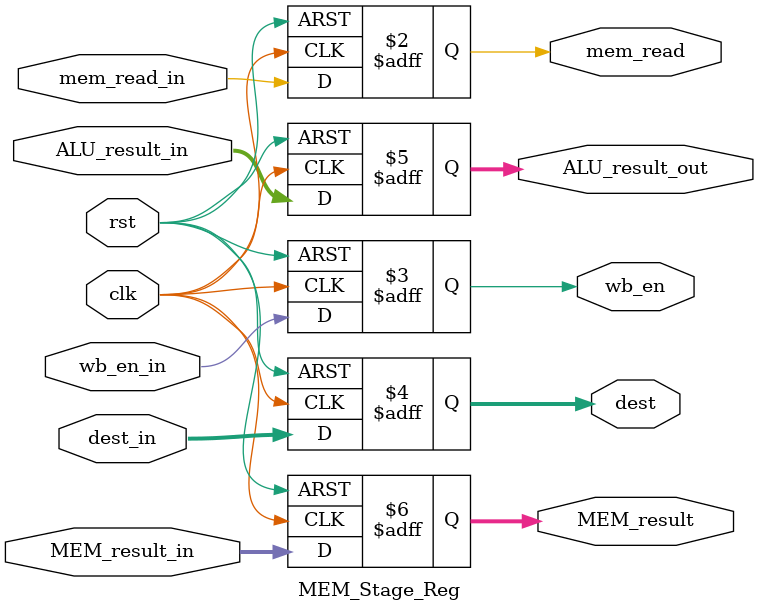
<source format=v>
module MEM_Stage_Reg(input clk, rst, mem_read_in, wb_en_in, input[3:0] dest_in, input[31:0] ALU_result_in, MEM_result_in, 
                    output reg mem_read, wb_en, output reg[3:0] dest, output reg[31:0] ALU_result_out, MEM_result);
                    
    always@(posedge clk, posedge rst) begin
        if(rst) begin
            mem_read <= 1'b0;
            wb_en <= 1'b0;
            dest <= 4'bx;
            ALU_result_out <= 32'bx;
            MEM_result <= 32'bx;
        end
        else begin
            mem_read <= mem_read_in;
            wb_en <= wb_en_in;
            dest <= dest_in;
            ALU_result_out <= ALU_result_in;
            MEM_result <= MEM_result_in;
        end
    end
endmodule

</source>
